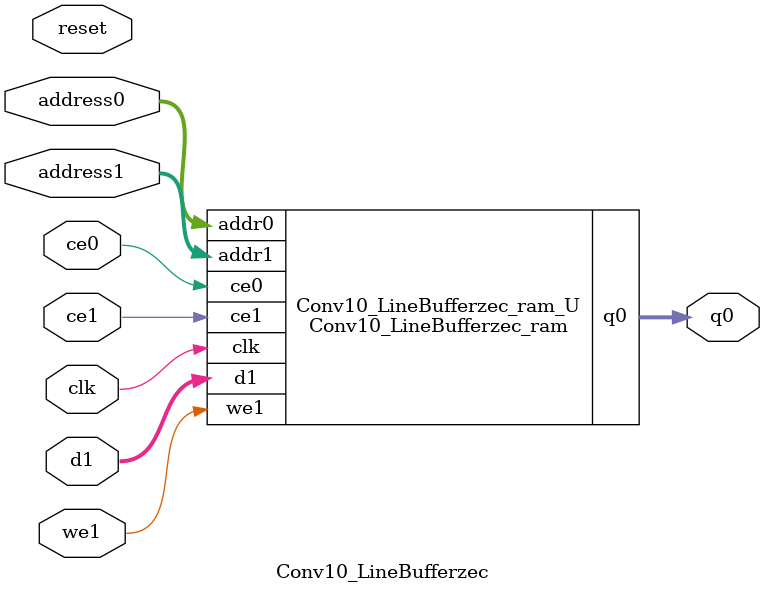
<source format=v>

`timescale 1 ns / 1 ps
module Conv10_LineBufferzec_ram (addr0, ce0, q0, addr1, ce1, d1, we1,  clk);

parameter DWIDTH = 32;
parameter AWIDTH = 4;
parameter MEM_SIZE = 12;

input[AWIDTH-1:0] addr0;
input ce0;
output reg[DWIDTH-1:0] q0;
input[AWIDTH-1:0] addr1;
input ce1;
input[DWIDTH-1:0] d1;
input we1;
input clk;

(* ram_style = "distributed" *)reg [DWIDTH-1:0] ram[0:MEM_SIZE-1];




always @(posedge clk)  
begin 
    if (ce0) 
    begin
            q0 <= ram[addr0];
    end
end


always @(posedge clk)  
begin 
    if (ce1) 
    begin
        if (we1) 
        begin 
            ram[addr1] <= d1; 
        end 
    end
end


endmodule


`timescale 1 ns / 1 ps
module Conv10_LineBufferzec(
    reset,
    clk,
    address0,
    ce0,
    q0,
    address1,
    ce1,
    we1,
    d1);

parameter DataWidth = 32'd32;
parameter AddressRange = 32'd12;
parameter AddressWidth = 32'd4;
input reset;
input clk;
input[AddressWidth - 1:0] address0;
input ce0;
output[DataWidth - 1:0] q0;
input[AddressWidth - 1:0] address1;
input ce1;
input we1;
input[DataWidth - 1:0] d1;



Conv10_LineBufferzec_ram Conv10_LineBufferzec_ram_U(
    .clk( clk ),
    .addr0( address0 ),
    .ce0( ce0 ),
    .q0( q0 ),
    .addr1( address1 ),
    .ce1( ce1 ),
    .we1( we1 ),
    .d1( d1 ));

endmodule


</source>
